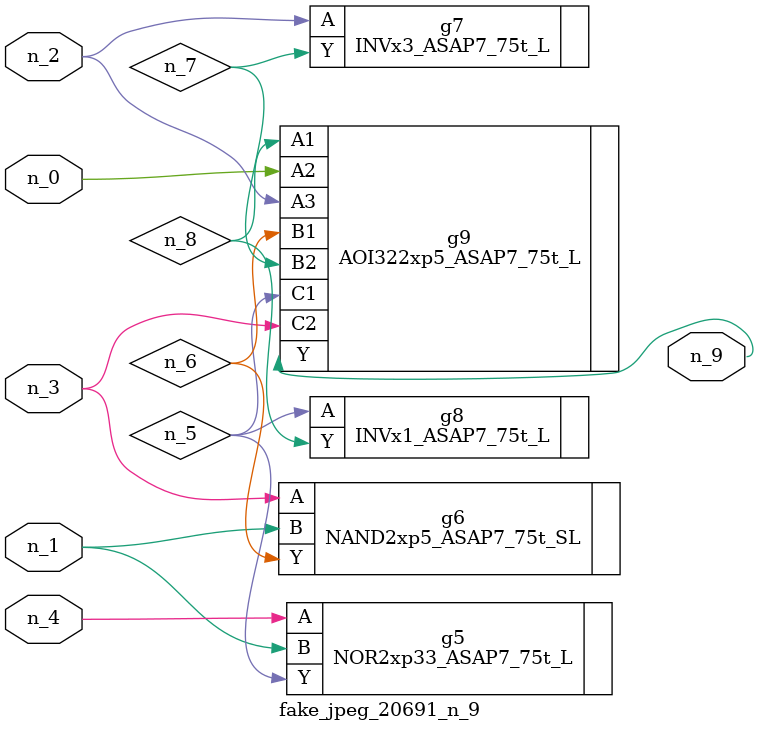
<source format=v>
module fake_jpeg_20691_n_9 (n_3, n_2, n_1, n_0, n_4, n_9);

input n_3;
input n_2;
input n_1;
input n_0;
input n_4;

output n_9;

wire n_8;
wire n_6;
wire n_5;
wire n_7;

NOR2xp33_ASAP7_75t_L g5 ( 
.A(n_4),
.B(n_1),
.Y(n_5)
);

NAND2xp5_ASAP7_75t_SL g6 ( 
.A(n_3),
.B(n_1),
.Y(n_6)
);

INVx3_ASAP7_75t_L g7 ( 
.A(n_2),
.Y(n_7)
);

INVx1_ASAP7_75t_L g8 ( 
.A(n_5),
.Y(n_8)
);

AOI322xp5_ASAP7_75t_L g9 ( 
.A1(n_8),
.A2(n_0),
.A3(n_2),
.B1(n_6),
.B2(n_7),
.C1(n_5),
.C2(n_3),
.Y(n_9)
);


endmodule
</source>
